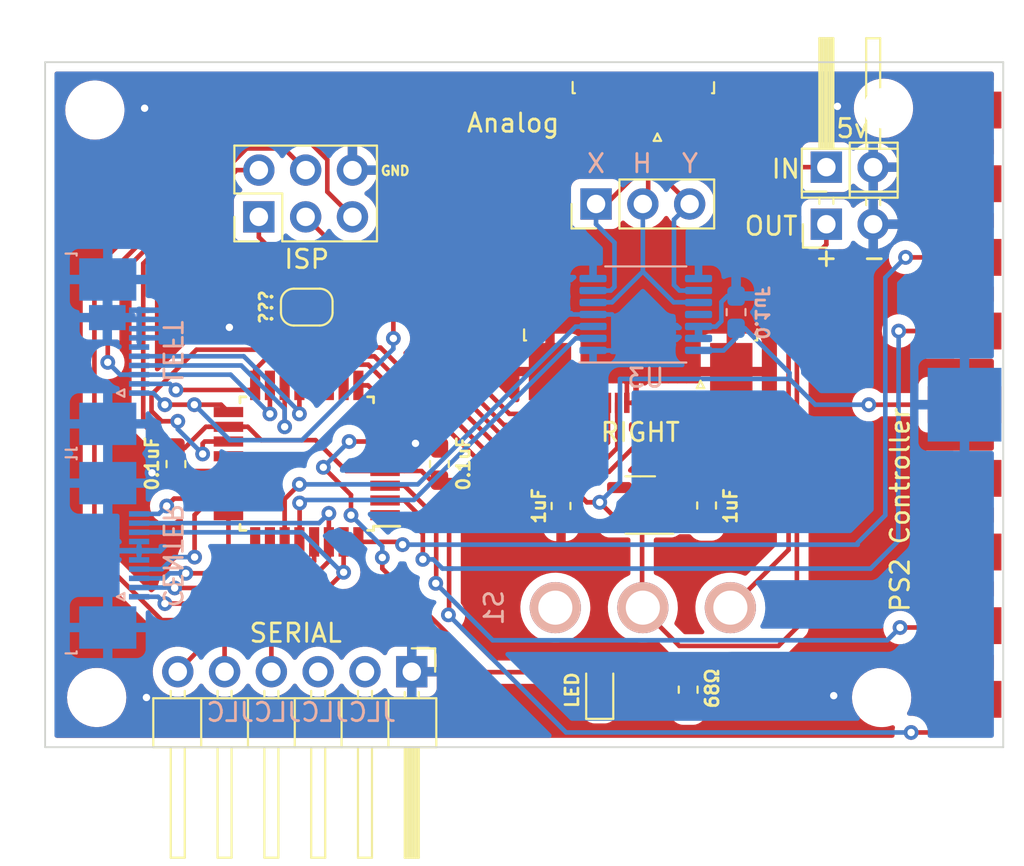
<source format=kicad_pcb>
(kicad_pcb (version 20211014) (generator pcbnew)
  (layers (0 "F.Cu" signal) (31 "B.Cu" signal) (34 "B.Paste" user) (35 "F.Paste" user) (36 "B.SilkS" user "B.Silkscreen") (37 "F.SilkS" user "F.Silkscreen") (38 "B.Mask" user) (39 "F.Mask" user) (44 "Edge.Cuts" user))
  (net 0 "")
  (net 1 "GND")
  (net 2 "Net-(C1-Pad1)")
  (net 3 "VCC")
  (net 4 "Net-(D1-Pad1)")
  (net 5 "Net-(D1-Pad2)")
  (net 6 "Net-(J1-Pad5)")
  (net 7 "Net-(J1-Pad10)")
  (net 8 "Net-(J1-Pad11)")
  (net 9 "Net-(J1-Pad12)")
  (net 10 "Net-(J1-Pad13)")
  (net 11 "Net-(J1-Pad14)")
  (net 12 "Net-(J2-Pad1)")
  (net 13 "Net-(J3-Pad1)")
  (net 14 "Net-(J3-Pad2)")
  (net 15 "Net-(J3-Pad3)")
  (net 16 "Net-(J3-Pad4)")
  (net 17 "Net-(J3-Pad5)")
  (net 18 "Net-(J4-Pad5)")
  (net 21 "Net-(J6-Pad4)")
  (net 22 "Net-(J6-Pad3)")
  (net 26 "Net-(J6-Pad8)")
  (net 27 "Net-(J6-Pad9)")
  (net 28 "Net-(J7-Pad4)")
  (net 29 "Net-(J7-Pad3)")
  (net 30 "Net-(J7-Pad2)")
  (net 31 "Net-(J7-Pad1)")
  (net 32 "Net-(J8-Pad1)")
  (net 33 "Net-(J8-Pad2)")
  (net 34 "Net-(J8-Pad3)")
  (net 35 "Net-(JP2-Pad2)")
  (net 38 "Net-(U2-Pad27)")
  (net 39 "Net-(U2-Pad28)")
  (net 40 "Net-(J5-Pad4)")
  (net 41 "Net-(J5-Pad5)")
  (net 42 "Net-(J7-Pad10)")
  (footprint "Capacitor_SMD:C_0603_1608Metric_Pad1.05x0.95mm_HandSolder" (layer "F.Cu") (at 196.5 94.275 90)
    (fp_text reference "C1" hide)
    (fp_text value "1 uF")
  )
  (footprint "LED_SMD:LED_0603_1608Metric_Pad1.05x0.95mm_HandSolder" (layer "F.Cu") (at 190.7 104.2 90)
    (fp_text reference "D1" hide)
    (fp_text value "LED")
  )
  (footprint "MountingHole:MountingHole_2.2mm_M2" (layer "F.Cu") (at 163.3 72.8)
    (fp_text reference "H1" hide)
    (fp_text value "MountingHole")
  )
  (footprint "MountingHole:MountingHole_2.2mm_M2" (layer "F.Cu") (at 163.4 104.7)
    (fp_text reference "H3" hide)
    (fp_text value "MountingHole")
  )
  (footprint "MountingHole:MountingHole_2.2mm_M2" (layer "F.Cu") (at 206 104.7)
    (fp_text reference "H4" hide)
    (fp_text value "MountingHole")
  )
  (footprint "Connector_FFC-FPC:TE_1-1734839-4_1x14-1MP_P0.5mm_Horizontal" (layer "F.Cu") (at 192.92 87.35 180)
    (fp_text reference "J1" hide)
    (fp_text value "right ribbon")
  )
  (footprint "Connector_PinHeader_2.54mm:PinHeader_1x02_P2.54mm_Vertical" (layer "F.Cu") (at 203 75.9 90)
    (fp_text reference "J2" hide)
    (fp_text value "Power IN")
  )
  (footprint "Connector_PinHeader_2.54mm:PinHeader_2x03_P2.54mm_Vertical" (layer "F.Cu") (at 172.2 78.6 90)
    (fp_text reference "J4" hide)
    (fp_text value "AVR-ISP-6")
  )
  (footprint "Connector_PinHeader_2.54mm:PinHeader_1x06_P2.54mm_Horizontal" (layer "F.Cu") (at 180.5 103.3 -90)
    (fp_text reference "J5" hide)
    (fp_text value "Conn_01x06")
  )
  (footprint "Connector:ps2_connector" (layer "F.Cu") (at 213.5 88.8 -90)
    (fp_text reference "J6" hide)
    (fp_text value "PS2 Controller")
  )
  (footprint "Connector_PinHeader_2.54mm:PinHeader_1x03_P2.54mm_Vertical" (layer "F.Cu") (at 190.5 77.9 90)
    (fp_text reference "J8" hide)
    (fp_text value "Analog")
  )
  (footprint "Resistor_SMD:R_0603_1608Metric_Pad1.05x0.95mm_HandSolder" (layer "F.Cu") (at 195.5 104.275 -90)
    (fp_text reference "R1" hide)
    (fp_text value "68")
  )
  (footprint "MountingHole:MountingHole_2.2mm_M2" (layer "F.Cu") (at 206.1 72.7)
    (fp_text reference "H2" hide)
    (fp_text value "MountingHole")
  )
  (footprint "Connector_PinHeader_2.54mm:PinHeader_1x02_P2.54mm_Horizontal" (layer "F.Cu") (at 203 79 90)
    (fp_text reference "J9" hide)
    (fp_text value "Power OUT (to PSP)")
  )
  (footprint "Package_TO_SOT_SMD:SOT-23-5" (layer "F.Cu") (at 192.9 94.25 180)
    (fp_text reference "U1" hide)
    (fp_text value "MIC5504-3.3YM5")
  )
  (footprint "Capacitor_SMD:C_0603_1608Metric_Pad1.05x0.95mm_HandSolder" (layer "F.Cu") (at 188.6 94.3 -90)
    (fp_text reference "C2" hide)
    (fp_text value "1 uF")
  )
  (footprint "Jumper:SolderJumper-2_P1.3mm_Open_RoundedPad1.0x1.5mm" (layer "F.Cu") (at 174.8 83.5)
    (fp_text reference "JP2" hide)
    (fp_text value "SolderJumper_2_Open")
  )
  (footprint "Capacitor_SMD:C_0603_1608Metric_Pad1.05x0.95mm_HandSolder" (layer "F.Cu") (at 167.7 92.025 90)
    (fp_text reference "C3" hide)
    (fp_text value "0.1 uF")
  )
  (footprint "Package_QFP:TQFP-32_7x7mm_P0.8mm" (layer "F.Cu") (at 174.8 92 180)
    (fp_text reference "U2" hide)
    (fp_text value "ATmega328PB-AU")
  )
  (footprint "Capacitor_SMD:C_0603_1608Metric_Pad1.05x0.95mm_HandSolder" (layer "F.Cu") (at 182 92.025 90)
    (fp_text reference "C5" hide)
    (fp_text value "0.1 uF")
  )
  (footprint "PSP_Consolizer:TE_0-1734839-45_1x04-1MP_P0.5mm_Horizontal" (layer "F.Cu") (at 192.83 73.925 180)
    (fp_text reference "J10" hide)
    (fp_text value "Conn_01x04")
  )
  (footprint "Capacitor_SMD:C_0603_1608Metric_Pad1.05x0.95mm_HandSolder" (layer "B.Cu") (at 198.1 83.775 -90)
    (fp_text reference "C4" hide)
    (fp_text value "0.1 uF")
  )
  (footprint "PSP_Consolizer:Left_Ribbon" (layer "B.Cu") (at 164.35 85.92 90)
    (fp_text reference "J3" hide)
    (fp_text value "left ribbon")
  )
  (footprint "Connector_FFC-FPC:TE_1-1734839-0_1x10-1MP_P0.5mm_Horizontal" (layer "B.Cu") (at 164.35 96.98 90)
    (fp_text reference "J7" hide)
    (fp_text value "center ribbon")
  )
  (footprint "PSP_Consolizer:L102021ML04Q" (layer "B.Cu") (at 193.04 99.822 -90)
    (fp_text reference "S1")
    (fp_text value "L102021ML04Q")
  )
  (footprint "Package_SO:TSSOP-14_4.4x5mm_P0.65mm" (layer "B.Cu") (at 193.2 83.9)
    (fp_text reference "U3")
    (fp_text value "MCP4651-103E_ST")
  )
  (gr_line (start 160.6 70.2) (end 212.6 70.2) (layer "Edge.Cuts") (width 0.1))
  (gr_line (start 212.6 70.2) (end 212.6 107.4) (layer "Edge.Cuts") (width 0.1))
  (gr_line (start 212.6 107.4) (end 160.6 107.4) (layer "Edge.Cuts") (width 0.1))
  (gr_line (start 160.6 107.4) (end 160.6 70.2) (layer "Edge.Cuts") (width 0.1))
  (gr_text "Y" (at 195.6 75.7) (layer "B.SilkS") (effects (font (size 1 1)) (justify mirror)))
  (gr_text "X" (at 190.5 75.7) (layer "B.SilkS") (effects (font (size 1 1)) (justify mirror)))
  (gr_text "H" (at 193 75.7) (layer "B.SilkS") (effects (font (size 1 1)) (justify mirror)))
  (gr_text "LEFT" (at 167.5 85.9 270) (layer "B.SilkS") (effects (font (size 1 1)) (justify mirror)))
  (gr_text "0.1uF" (at 199.5 83.8 270) (layer "B.SilkS") (effects (font (size 0.7 0.7)) (justify mirror)))
  (gr_text "JLCJLCJLCJLC" (at 174.5 105.5) (layer "B.SilkS") (effects (font (size 1 1)) (justify mirror)))
  (gr_text "CENTER" (at 167.5 97 270) (layer "B.SilkS") (effects (font (size 1 1)) (justify mirror)))
  (gr_text "OUT" (at 200 79.1) (layer "F.SilkS") (effects (font (size 1 1))))
  (gr_text "0.1uF" (at 166.4 92 90) (layer "F.SilkS") (effects (font (size 0.7 0.7))))
  (gr_text "1uF" (at 187.4 94.3 90) (layer "F.SilkS") (effects (font (size 0.7 0.7))))
  (gr_text "1uF" (at 197.8 94.3 90) (layer "F.SilkS") (effects (font (size 0.7 0.7))))
  (gr_text "???" (at 172.6 83.5 90) (layer "F.SilkS") (effects (font (size 0.7 0.7))))
  (gr_text "GND" (at 179.6 76.1) (layer "F.SilkS") (effects (font (size 0.5 0.5) (thickness 0.125))))
  (gr_text "Analog" (at 186 73.5) (layer "F.SilkS") (effects (font (size 1 1))))
  (gr_text "68Ω" (at 196.8 104.2 90) (layer "F.SilkS") (effects (font (size 0.7 0.7))))
  (gr_text "RIGHT" (at 192.9 90.3) (layer "F.SilkS") (effects (font (size 1 1))))
  (gr_text "+" (at 203 80.8) (layer "F.SilkS") (effects (font (size 1 1))))
  (gr_text "IN" (at 200.8 76) (layer "F.SilkS") (effects (font (size 1 1))))
  (gr_text "0.1uF" (at 183.3 92 90) (layer "F.SilkS") (effects (font (size 0.7 0.7))))
  (gr_text "LED" (at 189.2 104.3 90) (layer "F.SilkS") (effects (font (size 0.7 0.7))))
  (gr_text "-" (at 205.6 80.8) (layer "F.SilkS") (effects (font (size 1 1))))
  (gr_text "5v" (at 204.4 73.8) (layer "F.SilkS") (effects (font (size 1 1))))
  (gr_text "SERIAL" (at 174.2 101.2) (layer "F.SilkS") (effects (font (size 1 1))))
  (gr_text "ISP" (at 174.8 80.9) (layer "F.SilkS") (effects (font (size 1 1))))
  (segment (start 194.78 94.25) (end 194.83 94.2) (width 0.25) (layer "F.Cu") (net 1))
  (segment (start 192.225 75.275) (end 191.5 76) (width 0.25) (layer "F.Cu") (net 1))
  (segment (start 192.15 88.65) (end 192.174999 88.625001) (width 0.25) (layer "F.Cu") (net 1))
  (segment (start 192.33 75.275) (end 192.225 75.275) (width 0.25) (layer "F.Cu") (net 1))
  (segment (start 179.05 91.6) (end 180.1 91.6) (width 0.25) (layer "F.Cu") (net 1))
  (segment (start 194.83 94.2) (end 195.2 94.2) (width 0.25) (layer "F.Cu") (net 1))
  (segment (start 170.55 92.4) (end 168.2 92.4) (width 0.25) (layer "F.Cu") (net 1))
  (segment (start 192.33 75.275) (end 192.33 75.67) (width 0.25) (layer "F.Cu") (net 1))
  (segment (start 192.17 88.7) (end 193.17 88.7) (width 0.25) (layer "F.Cu") (net 1))
  (segment (start 192.174999 88.625001) (end 192.174999 87.425001) (width 0.25) (layer "F.Cu") (net 1))
  (segment (start 194 94.25) (end 194.78 94.25) (width 0.25) (layer "F.Cu") (net 1))
  (segment (start 168.2 92.4) (end 167.7 92.9) (width 0.25) (layer "F.Cu") (net 1))
  (segment (start 180.1 91.6) (end 180.6 91.6) (width 0.25) (layer "F.Cu") (net 1))
  (segment (start 192.15 88.7) (end 192.15 88.65) (width 0.25) (layer "F.Cu") (net 1))
  (via (at 203.4 104.6) (size 0.8) (drill 0.4) (layers "F.Cu" "B.Cu") (net 1))
  (via (at 166.4 92.5) (size 0.8) (drill 0.4) (layers "F.Cu" "B.Cu") (net 1))
  (via (at 203.6 72.6) (size 0.8) (drill 0.4) (layers "F.Cu" "B.Cu") (net 1))
  (via (at 166.1 104.7) (size 0.8) (drill 0.4) (layers "F.Cu" "B.Cu") (net 1))
  (via (at 170.6 84.6) (size 0.8) (drill 0.4) (layers "F.Cu" "B.Cu") (net 1))
  (via (at 180.7 90.9) (size 0.8) (drill 0.4) (layers "F.Cu" "B.Cu") (net 1))
  (via (at 166 72.7) (size 0.8) (drill 0.4) (layers "F.Cu" "B.Cu") (net 1))
  (segment (start 196.0194 84.5604) (end 197.006 84.5604) (width 0.25) (layer "B.Cu") (net 1))
  (segment (start 191.3672 85.8558) (end 191.442201 85.780799) (width 0.25) (layer "B.Cu") (net 1))
  (segment (start 197.29999 84.26641) (end 197.29999 83.22501) (width 0.25) (layer "B.Cu") (net 1))
  (segment (start 191.442201 85.780799) (end 191.442201 83.975001) (width 0.25) (layer "B.Cu") (net 1))
  (segment (start 196 81.497) (end 196 81.1) (width 0.25) (layer "B.Cu") (net 1))
  (segment (start 196.0194 81.9442) (end 196.0194 81.5164) (width 0.25) (layer "B.Cu") (net 1))
  (segment (start 191.442201 85.442201) (end 191.6 85.6) (width 0.25) (layer "B.Cu") (net 1))
  (segment (start 196.0194 85.1954) (end 196.0194 84.5604) (width 0.25) (layer "B.Cu") (net 1))
  (segment (start 190.4 81.497) (end 190.4 81.1) (width 0.25) (layer "B.Cu") (net 1))
  (segment (start 190.3806 83.9) (end 189.394 83.9) (width 0.25) (layer "B.Cu") (net 1))
  (segment (start 191.6 85.6) (end 191.6 84.1) (width 0.25) (layer "B.Cu") (net 1))
  (segment (start 196.0194 81.5164) (end 196 81.497) (width 0.25) (layer "B.Cu") (net 1))
  (segment (start 165.7 83.67) (end 165.7 85.67) (width 0.25) (layer "B.Cu") (net 1))
  (segment (start 190.3806 81.5164) (end 190.4 81.497) (width 0.25) (layer "B.Cu") (net 1))
  (segment (start 190.3806 85.8558) (end 191.3672 85.8558) (width 0.25) (layer "B.Cu") (net 1))
  (segment (start 191.3672 83.9) (end 190.3806 83.9) (width 0.25) (layer "B.Cu") (net 1))
  (segment (start 197.29999 83.22501) (end 197.625 82.9) (width 0.25) (layer "B.Cu") (net 1))
  (segment (start 165.7 97.23) (end 165.7 96.23) (width 0.25) (layer "B.Cu") (net 1))
  (segment (start 190.3806 81.9442) (end 190.3806 81.5164) (width 0.25) (layer "B.Cu") (net 1))
  (segment (start 191.442201 83.975001) (end 191.442201 85.442201) (width 0.25) (layer "B.Cu") (net 1))
  (segment (start 191.442201 83.975001) (end 191.3672 83.9) (width 0.25) (layer "B.Cu") (net 1))
  (segment (start 197.625 82.9) (end 198.1 82.9) (width 0.25) (layer "B.Cu") (net 1))
  (segment (start 189.394 83.9) (end 188.4 83.9) (width 0.25) (layer "B.Cu") (net 1))
  (segment (start 197.006 84.5604) (end 197.29999 84.26641) (width 0.25) (layer "B.Cu") (net 1))
  (segment (start 196.45 95.2) (end 196.5 95.15) (width 0.25) (layer "F.Cu") (net 2))
  (segment (start 193 95.42) (end 193.22 95.2) (width 0.25) (layer "F.Cu") (net 2))
  (segment (start 203 79) (end 203 80.1) (width 0.25) (layer "F.Cu") (net 2))
  (segment (start 193.22 95.2) (end 194 95.2) (width 0.25) (layer "F.Cu") (net 2))
  (segment (start 193.509998 95.2) (end 193 94.690002) (width 0.25) (layer "F.Cu") (net 2))
  (segment (start 201.4 81.7) (end 201.4 100.9) (width 0.25) (layer "F.Cu") (net 2))
  (segment (start 201.4 100.9) (end 200.4 101.9) (width 0.25) (layer "F.Cu") (net 2))
  (segment (start 200.4 101.9) (end 195.02 101.9) (width 0.25) (layer "F.Cu") (net 2))
  (segment (start 193.653928 93.3) (end 194 93.3) (width 0.25) (layer "F.Cu") (net 2))
  (segment (start 193 94.690002) (end 193 93.953928) (width 0.25) (layer "F.Cu") (net 2))
  (segment (start 194 95.2) (end 193.509998 95.2) (width 0.25) (layer "F.Cu") (net 2))
  (segment (start 193 93.826964) (end 193.653928 93.173036) (width 0.25) (layer "F.Cu") (net 2))
  (segment (start 195.02 101.9) (end 193 99.88) (width 0.25) (layer "F.Cu") (net 2))
  (segment (start 203 80.1) (end 201.4 81.7) (width 0.25) (layer "F.Cu") (net 2))
  (segment (start 193 99.88) (end 193 95.42) (width 0.25) (layer "F.Cu") (net 2))
  (segment (start 194 95.2) (end 196.45 95.2) (width 0.25) (layer "F.Cu") (net 2))
  (segment (start 176.949998 92.4) (end 175.274999 90.725001) (width 0.25) (layer "F.Cu") (net 3))
  (segment (start 171.6 90) (end 170.55 90) (width 0.25) (layer "F.Cu") (net 3))
  (segment (start 172.325001 90.725001) (end 171.6 90) (width 0.25) (layer "F.Cu") (net 3))
  (segment (start 170.997919 76.06) (end 165.924989 81.13293) (width 0.25) (layer "F.Cu") (net 3))
  (segment (start 172.2 76.06) (end 170.997919 76.06) (width 0.25) (layer "F.Cu") (net 3))
  (segment (start 189.325 93.425) (end 188.6 93.425) (width 0.25) (layer "F.Cu") (net 3))
  (segment (start 191.7 95.1) (end 191.8 95.2) (width 0.25) (layer "F.Cu") (net 3))
  (segment (start 191.8 95.2) (end 190.7 94.1) (width 0.25) (layer "F.Cu") (net 3))
  (segment (start 188.6 93.425) (end 187.725 93.425) (width 0.25) (layer "F.Cu") (net 3))
  (segment (start 175.274999 90.725001) (end 172.325001 90.725001) (width 0.25) (layer "F.Cu") (net 3))
  (segment (start 182 92.9) (end 181.525 92.9) (width 0.25) (layer "F.Cu") (net 3))
  (segment (start 210.4 88.9) (end 210.5 88.8) (width 0.25) (layer "F.Cu") (net 3))
  (segment (start 187.2 92.9) (end 182 92.9) (width 0.25) (layer "F.Cu") (net 3))
  (segment (start 205.3 88.8) (end 210.5 88.8) (width 0.25) (layer "F.Cu") (net 3))
  (segment (start 169.5 90) (end 170.55 90) (width 0.25) (layer "F.Cu") (net 3))
  (segment (start 167.225 91.15) (end 167.7 91.15) (width 0.25) (layer "F.Cu") (net 3))
  (segment (start 171.410002 90) (end 170.55 90) (width 0.25) (layer "F.Cu") (net 3))
  (segment (start 169.325 90) (end 169.5 90) (width 0.25) (layer "F.Cu") (net 3))
  (segment (start 181.525 92.9) (end 181.025 92.4) (width 0.25) (layer "F.Cu") (net 3))
  (segment (start 190.7 94.1) (end 190 94.1) (width 0.25) (layer "F.Cu") (net 3))
  (segment (start 167.7 91.15) (end 168.175 91.15) (width 0.25) (layer "F.Cu") (net 3))
  (segment (start 179.05 92.4) (end 176.949998 92.4) (width 0.25) (layer "F.Cu") (net 3))
  (segment (start 168.175 91.15) (end 169.325 90) (width 0.25) (layer "F.Cu") (net 3))
  (segment (start 181.025 92.4) (end 180.1 92.4) (width 0.25) (layer "F.Cu") (net 3))
  (segment (start 187.725 93.425) (end 187.2 92.9) (width 0.25) (layer "F.Cu") (net 3))
  (segment (start 165.924989 81.13293) (end 165.924989 89.849989) (width 0.25) (layer "F.Cu") (net 3))
  (segment (start 165.924989 89.849989) (end 167.225 91.15) (width 0.25) (layer "F.Cu") (net 3))
  (segment (start 190 94.1) (end 189.325 93.425) (width 0.25) (layer "F.Cu") (net 3))
  (segment (start 180.1 92.4) (end 179.05 92.4) (width 0.25) (layer "F.Cu") (net 3))
  (via (at 205.3 88.8) (size 0.8) (drill 0.4) (layers "F.Cu" "B.Cu") (net 3))
  (via (at 190.7 94.1) (size 0.8) (drill 0.4) (layers "F.Cu" "B.Cu") (net 3))
  (segment (start 191.8 93) (end 191.8 87.4) (width 0.25) (layer "B.Cu") (net 3))
  (segment (start 198.1 84.65) (end 198.1 85.175) (width 0.25) (layer "B.Cu") (net 3))
  (segment (start 198.1 85.175) (end 197.4192 85.8558) (width 0.25) (layer "B.Cu") (net 3))
  (segment (start 198.1 84.65) (end 198.575 84.65) (width 0.25) (layer "B.Cu") (net 3))
  (segment (start 197.006 85.8558) (end 196.0194 85.8558) (width 0.25) (layer "B.Cu") (net 3))
  (segment (start 201 87.075) (end 201 87.4) (width 0.25) (layer "B.Cu") (net 3))
  (segment (start 197.4192 85.8558) (end 197.006 85.8558) (width 0.25) (layer "B.Cu") (net 3))
  (segment (start 191.8 87.4) (end 201 87.4) (width 0.25) (layer "B.Cu") (net 3))
  (segment (start 201 87.4) (end 202.4 88.8) (width 0.25) (layer "B.Cu") (net 3))
  (segment (start 198.575 84.65) (end 201 87.075) (width 0.25) (layer "B.Cu") (net 3))
  (segment (start 190.7 94.1) (end 191.8 93) (width 0.25) (layer "B.Cu") (net 3))
  (segment (start 202.4 88.8) (end 205.3 88.8) (width 0.25) (layer "B.Cu") (net 3))
  (segment (start 195.5 105.15) (end 190.775 105.15) (width 0.25) (layer "F.Cu") (net 4))
  (segment (start 190.775 105.15) (end 190.7 105.075) (width 0.25) (layer "F.Cu") (net 4))
  (segment (start 184.526692 103.325) (end 178.9 97.698308) (width 0.25) (layer "F.Cu") (net 5))
  (segment (start 190.7 103.325) (end 184.526692 103.325) (width 0.25) (layer "F.Cu") (net 5))
  (segment (start 177.2 94.8) (end 177.2 93.7) (width 0.25) (layer "F.Cu") (net 5))
  (segment (start 178.9 97.698308) (end 178.9 97.1) (width 0.25) (layer "F.Cu") (net 5))
  (segment (start 177.1 90.8) (end 179.05 90.8) (width 0.25) (layer "F.Cu") (net 5))
  (segment (start 177.2 93.7) (end 175.7 92.2) (width 0.25) (layer "F.Cu") (net 5))
  (via (at 175.7 92.2) (size 0.8) (drill 0.4) (layers "F.Cu" "B.Cu") (net 5))
  (via (at 177.2 94.8) (size 0.8) (drill 0.4) (layers "F.Cu" "B.Cu") (net 5))
  (via (at 177.1 90.8) (size 0.8) (drill 0.4) (layers "F.Cu" "B.Cu") (net 5))
  (via (at 178.9 97.1) (size 0.8) (drill 0.4) (layers "F.Cu" "B.Cu") (net 5))
  (segment (start 178.9 96.5) (end 177.2 94.8) (width 0.25) (layer "B.Cu") (net 5))
  (segment (start 178.9 97.1) (end 178.9 96.5) (width 0.25) (layer "B.Cu") (net 5))
  (segment (start 175.7 92.2) (end 177.1 90.8) (width 0.25) (layer "B.Cu") (net 5))
  (segment (start 194.15 88.7) (end 194.15 89.485002) (width 0.25) (layer "F.Cu") (net 6))
  (segment (start 182.3 90) (end 184.74999 92.44999) (width 0.25) (layer "F.Cu") (net 6))
  (segment (start 179.05 90) (end 182.3 90) (width 0.25) (layer "F.Cu") (net 6))
  (segment (start 184.74999 92.44999) (end 191.20001 92.44999) (width 0.25) (layer "F.Cu") (net 6))
  (segment (start 194.15 88.7) (end 194.15 89.5) (width 0.25) (layer "F.Cu") (net 6))
  (segment (start 179.15 90.1) (end 179.05 90) (width 0.25) (layer "F.Cu") (net 6))
  (segment (start 191.20001 92.44999) (end 194.15 89.5) (width 0.25) (layer "F.Cu") (net 6))
  (segment (start 182.4 89.2) (end 184.9 91.7) (width 0.25) (layer "F.Cu") (net 7))
  (segment (start 184.9 91.7) (end 191.1 91.7) (width 0.25) (layer "F.Cu") (net 7))
  (segment (start 191.65 89.5) (end 191.65 88.7) (width 0.25) (layer "F.Cu") (net 7))
  (segment (start 191.1 91.7) (end 191.65 91.15) (width 0.25) (layer "F.Cu") (net 7))
  (segment (start 179.05 89.2) (end 182.4 89.2) (width 0.25) (layer "F.Cu") (net 7))
  (segment (start 191.65 91.15) (end 191.65 88.7) (width 0.25) (layer "F.Cu") (net 7))
  (segment (start 190.9 91.1) (end 191.15 90.85) (width 0.25) (layer "F.Cu") (net 8))
  (segment (start 185.2 91.1) (end 190.9 91.1) (width 0.25) (layer "F.Cu") (net 8))
  (segment (start 177.6 87.75) (end 178.125 87.75) (width 0.25) (layer "F.Cu") (net 8))
  (segment (start 178.8 88.425) (end 182.525 88.425) (width 0.25) (layer "F.Cu") (net 8))
  (segment (start 178.125 87.75) (end 178.8 88.425) (width 0.25) (layer "F.Cu") (net 8))
  (segment (start 182.525 88.425) (end 185.2 91.1) (width 0.25) (layer "F.Cu") (net 8))
  (segment (start 191.15 90.85) (end 191.15 88.7) (width 0.25) (layer "F.Cu") (net 8))
  (segment (start 190.65 88.7) (end 190.65 90.35) (width 0.25) (layer "F.Cu") (net 9))
  (segment (start 176.875001 86.624999) (end 176.8 86.7) (width 0.25) (layer "F.Cu") (net 9))
  (segment (start 179.410002 87.9) (end 178.135001 86.624999) (width 0.25) (layer "F.Cu") (net 9))
  (segment (start 190.5 90.5) (end 185.4 90.5) (width 0.25) (layer "F.Cu") (net 9))
  (segment (start 190.65 90.35) (end 190.5 90.5) (width 0.25) (layer "F.Cu") (net 9))
  (segment (start 178.135001 86.624999) (end 176.875001 86.624999) (width 0.25) (layer "F.Cu") (net 9))
  (segment (start 182.8 87.9) (end 179.410002 87.9) (width 0.25) (layer "F.Cu") (net 9))
  (segment (start 176.8 86.7) (end 176.8 87.75) (width 0.25) (layer "F.Cu") (net 9))
  (segment (start 185.4 90.5) (end 182.8 87.9) (width 0.25) (layer "F.Cu") (net 9))
  (segment (start 179.74999 87.44999) (end 183.04999 87.44999) (width 0.25) (layer "F.Cu") (net 10))
  (segment (start 185.5 89.9) (end 189.785 89.9) (width 0.25) (layer "F.Cu") (net 10))
  (segment (start 190.15 89.5) (end 190.15 88.7) (width 0.25) (layer "F.Cu") (net 10))
  (segment (start 176 86.7) (end 176.525011 86.174989) (width 0.25) (layer "F.Cu") (net 10))
  (segment (start 190.15 89.535) (end 190.15 89.5) (width 0.25) (layer "F.Cu") (net 10))
  (segment (start 178.474989 86.174989) (end 179.74999 87.44999) (width 0.25) (layer "F.Cu") (net 10))
  (segment (start 176 87.75) (end 176 86.7) (width 0.25) (layer "F.Cu") (net 10))
  (segment (start 189.785 89.9) (end 190.15 89.535) (width 0.25) (layer "F.Cu") (net 10))
  (segment (start 183.04999 87.44999) (end 185.5 89.9) (width 0.25) (layer "F.Cu") (net 10))
  (segment (start 176.525011 86.174989) (end 178.474989 86.174989) (width 0.25) (layer "F.Cu") (net 10))
  (segment (start 180.09998 86.99998) (end 183.49998 86.99998) (width 0.25) (layer "F.Cu") (net 11))
  (segment (start 183.49998 86.99998) (end 185.8 89.3) (width 0.25) (layer "F.Cu") (net 11))
  (segment (start 175.2 86.7) (end 176.2 85.7) (width 0.25) (layer "F.Cu") (net 11))
  (segment (start 175.2 87.75) (end 175.2 86.7) (width 0.25) (layer "F.Cu") (net 11))
  (segment (start 176.2 85.7) (end 178.8 85.7) (width 0.25) (layer "F.Cu") (net 11))
  (segment (start 185.8 89.3) (end 189.05 89.3) (width 0.25) (layer "F.Cu") (net 11))
  (segment (start 178.8 85.7) (end 180.09998 86.99998) (width 0.25) (layer "F.Cu") (net 11))
  (segment (start 189.05 89.3) (end 189.65 88.7) (width 0.25) (layer "F.Cu") (net 11))
  (segment (start 199.137499 98.492501) (end 197.75 99.88) (width 0.25) (layer "F.Cu") (net 12))
  (segment (start 200.94999 96.68001) (end 199.137499 98.492501) (width 0.25) (layer "F.Cu") (net 12))
  (segment (start 203 75.9) (end 201.5 75.9) (width 0.25) (layer "F.Cu") (net 12))
  (segment (start 201.5 75.9) (end 200.94999 76.45001) (width 0.25) (layer "F.Cu") (net 12))
  (segment (start 200.94999 76.45001) (end 200.94999 96.68001) (width 0.25) (layer "F.Cu") (net 12))
  (segment (start 170.15 88.8) (end 170.55 89.2) (width 0.25) (layer "F.Cu") (net 13))
  (segment (start 174.74 78.6) (end 179.5 83.36) (width 0.25) (layer "F.Cu") (net 13))
  (segment (start 179.5 83.36) (end 179.5 85.2) (width 0.25) (layer "F.Cu") (net 13))
  (segment (start 168.7 88.8) (end 170.15 88.8) (width 0.25) (layer "F.Cu") (net 13))
  (segment (start 167.1 88.8) (end 168.7 88.8) (width 0.25) (layer "F.Cu") (net 13))
  (via (at 167.1 88.8) (size 0.8) (drill 0.4) (layers "F.Cu" "B.Cu") (net 13))
  (via (at 179.5 85.2) (size 0.8) (drill 0.4) (layers "F.Cu" "B.Cu") (net 13))
  (via (at 168.7 88.8) (size 0.8) (drill 0.4) (layers "F.Cu" "B.Cu") (net 13))
  (segment (start 174.540684 90.725001) (end 170.625001 90.725001) (width 0.25) (layer "B.Cu") (net 13))
  (segment (start 179.5 85.765685) (end 174.540684 90.725001) (width 0.25) (layer "B.Cu") (net 13))
  (segment (start 170.625001 90.725001) (end 168.7 88.8) (width 0.25) (layer "B.Cu") (net 13))
  (segment (start 166.47 88.17) (end 167.1 88.8) (width 0.25) (layer "B.Cu") (net 13))
  (segment (start 165.7 88.17) (end 166.47 88.17) (width 0.25) (layer "B.Cu") (net 13))
  (segment (start 179.5 85.2) (end 179.5 85.765685) (width 0.25) (layer "B.Cu") (net 13))
  (segment (start 174.7364 86.2636) (end 176.6 84.4) (width 0.25) (layer "F.Cu") (net 14))
  (segment (start 171.75 88) (end 172 87.75) (width 0.25) (layer "F.Cu") (net 14))
  (segment (start 172.626398 86.2636) (end 174.7364 86.2636) (width 0.25) (layer "F.Cu") (net 14))
  (segment (start 172 87.75) (end 172 86.889998) (width 0.25) (layer "F.Cu") (net 14))
  (segment (start 175.7 81.1) (end 173.6 81.1) (width 0.25) (layer "F.Cu") (net 14))
  (segment (start 167.7 88) (end 171.75 88) (width 0.25) (layer "F.Cu") (net 14))
  (segment (start 172.2 79.7) (end 172.2 78.6) (width 0.25) (layer "F.Cu") (net 14))
  (segment (start 173.6 81.1) (end 172.2 79.7) (width 0.25) (layer "F.Cu") (net 14))
  (segment (start 176.6 84.4) (end 176.6 82) (width 0.25) (layer "F.Cu") (net 14))
  (segment (start 172 86.889998) (end 172.626398 86.2636) (width 0.25) (layer "F.Cu") (net 14))
  (segment (start 176.6 82) (end 175.7 81.1) (width 0.25) (layer "F.Cu") (net 14))
  (via (at 167.7 88) (size 0.8) (drill 0.4) (layers "F.Cu" "B.Cu") (net 14))
  (segment (start 167.37 87.67) (end 167.7 88) (width 0.25) (layer "B.Cu") (net 14))
  (segment (start 165.7 87.67) (end 167.37 87.67) (width 0.25) (layer "B.Cu") (net 14))
  (segment (start 171.53651 74.884999) (end 164 82.421509) (width 0.25) (layer "F.Cu") (net 15))
  (segment (start 172.8 89.3) (end 172.8 87.75) (width 0.25) (layer "F.Cu") (net 15))
  (segment (start 164 82.421509) (end 164 86.5) (width 0.25) (layer "F.Cu") (net 15))
  (segment (start 174.74 76.06) (end 173.564999 74.884999) (width 0.25) (layer "F.Cu") (net 15))
  (segment (start 173.564999 74.884999) (end 171.53651 74.884999) (width 0.25) (layer "F.Cu") (net 15))
  (via (at 164 86.5) (size 0.8) (drill 0.4) (layers "F.Cu" "B.Cu") (net 15))
  (via (at 172.8 89.3) (size 0.8) (drill 0.4) (layers "F.Cu" "B.Cu") (net 15))
  (segment (start 164.67 87.17) (end 165.7 87.17) (width 0.25) (layer "B.Cu") (net 15))
  (segment (start 165.7 87.17) (end 170.67 87.17) (width 0.25) (layer "B.Cu") (net 15))
  (segment (start 164 86.5) (end 164.67 87.17) (width 0.25) (layer "B.Cu") (net 15))
  (segment (start 170.67 87.17) (end 172.8 89.3) (width 0.25) (layer "B.Cu") (net 15))
  (segment (start 173.6 90) (end 173.6 87.75) (width 0.25) (layer "F.Cu") (net 16))
  (via (at 173.6 90) (size 0.8) (drill 0.4) (layers "F.Cu" "B.Cu") (net 16))
  (segment (start 171.243002 86.67) (end 173.6 89.026998) (width 0.25) (layer "B.Cu") (net 16))
  (segment (start 173.6 89.026998) (end 173.6 90) (width 0.25) (layer "B.Cu") (net 16))
  (segment (start 165.7 86.67) (end 171.243002 86.67) (width 0.25) (layer "B.Cu") (net 16))
  (segment (start 174.4 89.3) (end 174.4 87.75) (width 0.25) (layer "F.Cu") (net 17))
  (via (at 174.4 89.3) (size 0.8) (drill 0.4) (layers "F.Cu" "B.Cu") (net 17))
  (segment (start 171.379412 86.17) (end 174.4 89.190588) (width 0.25) (layer "B.Cu") (net 17))
  (segment (start 165.7 86.17) (end 171.379412 86.17) (width 0.25) (layer "B.Cu") (net 17))
  (segment (start 174.4 89.190588) (end 174.4 89.3) (width 0.25) (layer "B.Cu") (net 17))
  (segment (start 175.915001 75.495999) (end 174.853992 74.43499) (width 0.25) (layer "F.Cu") (net 18))
  (segment (start 171.350109 74.43499) (end 163.274999 82.5101) (width 0.25) (layer "F.Cu") (net 18))
  (segment (start 175.915001 77.235001) (end 175.915001 75.495999) (width 0.25) (layer "F.Cu") (net 18))
  (segment (start 167.8 103.3) (end 170.5 100.5) (width 0.25) (layer "F.Cu") (net 18))
  (segment (start 163.274999 82.5101) (end 163.274999 96.848001) (width 0.25) (layer "F.Cu") (net 18))
  (segment (start 177.28 78.6) (end 175.915001 77.235001) (width 0.25) (layer "F.Cu") (net 18))
  (segment (start 170.5 100.5) (end 173.4 97.7) (width 0.25) (layer "F.Cu") (net 18))
  (segment (start 174.8 97.7) (end 175.2 97.3) (width 0.25) (layer "F.Cu") (net 18))
  (segment (start 166.926998 100.5) (end 170.5 100.5) (width 0.25) (layer "F.Cu") (net 18))
  (segment (start 175.2 97.3) (end 175.2 96.25) (width 0.25) (layer "F.Cu") (net 18))
  (segment (start 173.4 97.7) (end 174.8 97.7) (width 0.25) (layer "F.Cu") (net 18))
  (segment (start 163.274999 96.848001) (end 166.926998 100.5) (width 0.25) (layer "F.Cu") (net 18))
  (segment (start 174.853992 74.43499) (end 171.350109 74.43499) (width 0.25) (layer "F.Cu") (net 18))
  (segment (start 208 84.8) (end 210.5 84.8) (width 0.25) (layer "F.Cu") (net 21))
  (segment (start 207.4 84.8) (end 208 84.8) (width 0.25) (layer "F.Cu") (net 21))
  (segment (start 179.05 94.8) (end 180.1 94.8) (width 0.25) (layer "F.Cu") (net 21))
  (segment (start 181.1 95.8) (end 181.1 97.2) (width 0.25) (layer "F.Cu") (net 21))
  (segment (start 180.1 94.8) (end 181.1 95.8) (width 0.25) (layer "F.Cu") (net 21))
  (segment (start 206.925 84.8) (end 208 84.8) (width 0.25) (layer "F.Cu") (net 21))
  (via (at 181.1 97.2) (size 0.8) (drill 0.4) (layers "F.Cu" "B.Cu") (net 21))
  (via (at 206.925 84.8) (size 0.8) (drill 0.4) (layers "F.Cu" "B.Cu") (net 21))
  (segment (start 182.7 97.7) (end 205.4 97.7) (width 0.25) (layer "B.Cu") (net 21))
  (segment (start 181.665685 97.2) (end 182.165685 97.7) (width 0.25) (layer "B.Cu") (net 21))
  (segment (start 182.165685 97.7) (end 182.7 97.7) (width 0.25) (layer "B.Cu") (net 21))
  (segment (start 181.1 97.2) (end 181.665685 97.2) (width 0.25) (layer "B.Cu") (net 21))
  (segment (start 182.4 97.7) (end 182.7 97.7) (width 0.25) (layer "B.Cu") (net 21))
  (segment (start 205.4 97.7) (end 206.9 96.2) (width 0.25) (layer "B.Cu") (net 21))
  (segment (start 206.9 96.2) (end 206.925 84.8) (width 0.25) (layer "B.Cu") (net 21))
  (segment (start 177.6 96.25) (end 179.85 96.25) (width 0.25) (layer "F.Cu") (net 22))
  (segment (start 179.85 96.25) (end 180 96.4) (width 0.25) (layer "F.Cu") (net 22))
  (segment (start 207.3 80.8) (end 210.5 80.8) (width 0.25) (layer "F.Cu") (net 22))
  (via (at 180 96.4) (size 0.8) (drill 0.4) (layers "F.Cu" "B.Cu") (net 22))
  (via (at 207.3 80.8) (size 0.8) (drill 0.4) (layers "F.Cu" "B.Cu") (net 22))
  (segment (start 204.7 96.4) (end 204.7 96.3) (width 0.25) (layer "B.Cu") (net 22))
  (segment (start 204.7 96.3) (end 206.2 94.8) (width 0.25) (layer "B.Cu") (net 22))
  (segment (start 206.2 94.8) (end 206.2 81.9) (width 0.25) (layer "B.Cu") (net 22))
  (segment (start 206.2 81.9) (end 207.3 80.8) (width 0.25) (layer "B.Cu") (net 22))
  (segment (start 180 96.4) (end 204.7 96.4) (width 0.25) (layer "B.Cu") (net 22))
  (segment (start 181.825001 98.474999) (end 181.8 98.5) (width 0.25) (layer "F.Cu") (net 26))
  (segment (start 180.1 94) (end 181.825001 95.725001) (width 0.25) (layer "F.Cu") (net 26))
  (segment (start 207 100.9) (end 210.4 100.9) (width 0.25) (layer "F.Cu") (net 26))
  (segment (start 181.825001 95.725001) (end 181.825001 98.474999) (width 0.25) (layer "F.Cu") (net 26))
  (segment (start 210.4 100.9) (end 210.5 100.8) (width 0.25) (layer "F.Cu") (net 26))
  (segment (start 179.05 94) (end 180.1 94) (width 0.25) (layer "F.Cu") (net 26))
  (via (at 181.8 98.5) (size 0.8) (drill 0.4) (layers "F.Cu" "B.Cu") (net 26))
  (via (at 207 100.9) (size 0.8) (drill 0.4) (layers "F.Cu" "B.Cu") (net 26))
  (segment (start 206.307499 101.592501) (end 207 100.9) (width 0.25) (layer "B.Cu") (net 26))
  (segment (start 184.892501 101.592501) (end 206.307499 101.592501) (width 0.25) (layer "B.Cu") (net 26))
  (segment (start 181.8 98.5) (end 184.892501 101.592501) (width 0.25) (layer "B.Cu") (net 26))
  (segment (start 207.6 106.6) (end 209.95 106.6) (width 0.25) (layer "F.Cu") (net 27))
  (segment (start 179.05 93.2) (end 180.1 93.2) (width 0.25) (layer "F.Cu") (net 27))
  (segment (start 180.1 93.2) (end 182.525001 95.625001) (width 0.25) (layer "F.Cu") (net 27))
  (segment (start 182.525001 95.625001) (end 182.525001 100.174999) (width 0.25) (layer "F.Cu") (net 27))
  (segment (start 210.5 106.05) (end 210.5 104.8) (width 0.25) (layer "F.Cu") (net 27))
  (segment (start 182.525001 100.174999) (end 182.487347 100.212653) (width 0.25) (layer "F.Cu") (net 27))
  (segment (start 209.95 106.6) (end 210.5 106.05) (width 0.25) (layer "F.Cu") (net 27))
  (via (at 182.487347 100.212653) (size 0.8) (drill 0.4) (layers "F.Cu" "B.Cu") (net 27))
  (via (at 207.6 106.6) (size 0.8) (drill 0.4) (layers "F.Cu" "B.Cu") (net 27))
  (segment (start 188.874694 106.6) (end 207.6 106.6) (width 0.25) (layer "B.Cu") (net 27))
  (segment (start 182.487347 100.212653) (end 188.874694 106.6) (width 0.25) (layer "B.Cu") (net 27))
  (segment (start 168.712552 94.787448) (end 169.5 94) (width 0.25) (layer "F.Cu") (net 28))
  (segment (start 169.5 94) (end 170.55 94) (width 0.25) (layer "F.Cu") (net 28))
  (segment (start 168.712552 97.076965) (end 168.712552 94.787448) (width 0.25) (layer "F.Cu") (net 28))
  (via (at 168.712552 97.076965) (size 0.8) (drill 0.4) (layers "F.Cu" "B.Cu") (net 28))
  (segment (start 166.942588 97.73) (end 167.595623 97.076965) (width 0.25) (layer "B.Cu") (net 28))
  (segment (start 165.7 97.73) (end 166.942588 97.73) (width 0.25) (layer "B.Cu") (net 28))
  (segment (start 167.595623 97.076965) (end 168.712552 97.076965) (width 0.25) (layer "B.Cu") (net 28))
  (segment (start 170.144939 97.955061) (end 170.55 97.55) (width 0.25) (layer "F.Cu") (net 29))
  (segment (start 168.234063 97.955061) (end 170.144939 97.955061) (width 0.25) (layer "F.Cu") (net 29))
  (segment (start 170.55 97.55) (end 170.55 94.8) (width 0.25) (layer "F.Cu") (net 29))
  (via (at 168.234063 97.955061) (size 0.8) (drill 0.4) (layers "F.Cu" "B.Cu") (net 29))
  (segment (start 167.353937 97.955061) (end 168.234063 97.955061) (width 0.25) (layer "B.Cu") (net 29))
  (segment (start 165.7 98.23) (end 167.078998 98.23) (width 0.25) (layer "B.Cu") (net 29))
  (segment (start 167.078998 98.23) (end 167.353937 97.955061) (width 0.25) (layer "B.Cu") (net 29))
  (segment (start 172 97.1) (end 172 96.25) (width 0.25) (layer "F.Cu") (net 30))
  (segment (start 170.348 98.752) (end 172 97.1) (width 0.25) (layer "F.Cu") (net 30))
  (segment (start 167.63 98.752) (end 170.348 98.752) (width 0.25) (layer "F.Cu") (net 30))
  (via (at 167.63 98.752) (size 0.8) (drill 0.4) (layers "F.Cu" "B.Cu") (net 30))
  (segment (start 167.608 98.73) (end 167.63 98.752) (width 0.25) (layer "B.Cu") (net 30))
  (segment (start 165.7 98.73) (end 167.608 98.73) (width 0.25) (layer "B.Cu") (net 30))
  (segment (start 167.1 99.6) (end 170.5 99.6) (width 0.25) (layer "F.Cu") (net 31))
  (segment (start 172.8 97.3) (end 172.8 96.25) (width 0.25) (layer "F.Cu") (net 31))
  (segment (start 170.5 99.6) (end 172.8 97.3) (width 0.25) (layer "F.Cu") (net 31))
  (via (at 167.1 99.6) (size 0.8) (drill 0.4) (layers "F.Cu" "B.Cu") (net 31))
  (segment (start 166.73 99.23) (end 167.1 99.6) (width 0.25) (layer "B.Cu") (net 31))
  (segment (start 165.7 99.23) (end 166.73 99.23) (width 0.25) (layer "B.Cu") (net 31))
  (segment (start 191.054022 77.9) (end 190.5 77.9) (width 0.25) (layer "F.Cu") (net 32))
  (segment (start 192.83 75.275) (end 192.83 76.124022) (width 0.25) (layer "F.Cu") (net 32))
  (segment (start 192.83 76.124022) (end 191.054022 77.9) (width 0.25) (layer "F.Cu") (net 32))
  (segment (start 192.83 74.85) (end 192.83 75.57) (width 0.25) (layer "F.Cu") (net 32))
  (segment (start 190.5 79) (end 191.5 80) (width 0.25) (layer "B.Cu") (net 32))
  (segment (start 190.5 77.9) (end 190.5 77.699022) (width 0.25) (layer "B.Cu") (net 32))
  (segment (start 191.5 82.4) (end 191.2954 82.6046) (width 0.25) (layer "B.Cu") (net 32))
  (segment (start 191.5 80) (end 191.5 82.4) (width 0.25) (layer "B.Cu") (net 32))
  (segment (start 191.2954 82.6046) (end 190.3806 82.6046) (width 0.25) (layer "B.Cu") (net 32))
  (segment (start 190.5 77.9) (end 190.5 79) (width 0.25) (layer "B.Cu") (net 32))
  (segment (start 193.33 75.275) (end 193.33 77.61) (width 0.25) (layer "F.Cu") (net 33))
  (segment (start 193.33 77.61) (end 193.04 77.9) (width 0.25) (layer "F.Cu") (net 33))
  (segment (start 193.04 77.9) (end 193 77.86) (width 0.25) (layer "B.Cu") (net 33))
  (segment (start 191.3672 83.2396) (end 190.3806 83.2396) (width 0.25) (layer "B.Cu") (net 33))
  (segment (start 193.04 81.5668) (end 191.3672 83.2396) (width 0.25) (layer "B.Cu") (net 33))
  (segment (start 193.04 77.9) (end 193.04 81.5668) (width 0.25) (layer "B.Cu") (net 33))
  (segment (start 196.0194 83.2396) (end 194.7128 83.2396) (width 0.25) (layer "B.Cu") (net 33))
  (segment (start 194.7128 83.2396) (end 193.04 81.5668) (width 0.25) (layer "B.Cu") (net 33))
  (segment (start 193.83 76.15) (end 195.58 77.9) (width 0.25) (layer "F.Cu") (net 34))
  (segment (start 193.83 75.275) (end 193.83 76.15) (width 0.25) (layer "F.Cu") (net 34))
  (segment (start 195.58 77.9) (end 194.730001 78.749999) (width 0.25) (layer "B.Cu") (net 34))
  (segment (start 195.0328 82.6046) (end 196.0194 82.6046) (width 0.25) (layer "B.Cu") (net 34))
  (segment (start 194.730001 78.749999) (end 194.730001 82.301801) (width 0.25) (layer "B.Cu") (net 34))
  (segment (start 194.730001 82.301801) (end 195.0328 82.6046) (width 0.25) (layer "B.Cu") (net 34))
  (segment (start 169.261212 90.8) (end 169.5 90.8) (width 0.25) (layer "F.Cu") (net 35))
  (segment (start 166.926998 89.7) (end 167.8 89.7) (width 0.25) (layer "F.Cu") (net 35))
  (segment (start 175.45 83.5) (end 175.45 84.247592) (width 0.25) (layer "F.Cu") (net 35))
  (segment (start 173.884002 85.81359) (end 168.813408 85.81359) (width 0.25) (layer "F.Cu") (net 35))
  (segment (start 169.5 90.8) (end 170.55 90.8) (width 0.25) (layer "F.Cu") (net 35))
  (segment (start 169.149998 90.911214) (end 169.261212 90.8) (width 0.25) (layer "F.Cu") (net 35))
  (segment (start 166.374999 89.148001) (end 166.926998 89.7) (width 0.25) (layer "F.Cu") (net 35))
  (segment (start 168.813408 85.81359) (end 166.374999 88.251999) (width 0.25) (layer "F.Cu") (net 35))
  (segment (start 169.149998 91.476899) (end 169.149998 90.911214) (width 0.25) (layer "F.Cu") (net 35))
  (segment (start 166.374999 88.251999) (end 166.374999 89.148001) (width 0.25) (layer "F.Cu") (net 35))
  (segment (start 175.45 84.247592) (end 173.884002 85.81359) (width 0.25) (layer "F.Cu") (net 35))
  (via (at 169.149998 91.476899) (size 0.8) (drill 0.4) (layers "F.Cu" "B.Cu") (net 35))
  (via (at 167.8 89.7) (size 0.8) (drill 0.4) (layers "F.Cu" "B.Cu") (net 35))
  (segment (start 167.8 90.126901) (end 169.149998 91.476899) (width 0.25) (layer "B.Cu") (net 35))
  (segment (start 167.8 89.7) (end 167.8 90.126901) (width 0.25) (layer "B.Cu") (net 35))
  (segment (start 174.4 93.125) (end 173.6 93.925) (width 0.25) (layer "F.Cu") (net 38))
  (segment (start 173.6 93.925) (end 173.6 96.25) (width 0.25) (layer "F.Cu") (net 38))
  (via (at 174.4 93.125) (size 0.8) (drill 0.4) (layers "F.Cu" "B.Cu") (net 38))
  (segment (start 189.394 84.5604) (end 180.8294 93.125) (width 0.25) (layer "B.Cu") (net 38))
  (segment (start 180.8294 93.125) (end 174.4 93.125) (width 0.25) (layer "B.Cu") (net 38))
  (segment (start 190.3806 84.5604) (end 189.394 84.5604) (width 0.25) (layer "B.Cu") (net 38))
  (segment (start 174.412651 94.137654) (end 174.412651 96.237349) (width 0.25) (layer "F.Cu") (net 39))
  (segment (start 174.412651 96.237349) (end 174.4 96.25) (width 0.25) (layer "F.Cu") (net 39))
  (via (at 174.412651 94.137654) (size 0.8) (drill 0.4) (layers "F.Cu" "B.Cu") (net 39))
  (segment (start 180.615811 93.974999) (end 174.575306 93.974999) (width 0.25) (layer "B.Cu") (net 39))
  (segment (start 190.3806 85.1954) (end 189.39541 85.1954) (width 0.25) (layer "B.Cu") (net 39))
  (segment (start 189.39541 85.1954) (end 180.615811 93.974999) (width 0.25) (layer "B.Cu") (net 39))
  (segment (start 174.575306 93.974999) (end 174.412651 94.137654) (width 0.25) (layer "B.Cu") (net 39))
  (segment (start 172.88 100.02) (end 174.2 98.7) (width 0.25) (layer "F.Cu") (net 40))
  (segment (start 172.88 103.3) (end 172.88 100.02) (width 0.25) (layer "F.Cu") (net 40))
  (segment (start 174.2 98.7) (end 176 98.7) (width 0.25) (layer "F.Cu") (net 40))
  (segment (start 176 98.7) (end 176.8 97.9) (width 0.25) (layer "F.Cu") (net 40))
  (segment (start 176.8 97.9) (end 176.8 96.25) (width 0.25) (layer "F.Cu") (net 40))
  (via (at 176.8 97.9) (size 0.8) (drill 0.4) (layers "F.Cu" "B.Cu") (net 40))
  (segment (start 176.7 97.9) (end 176.8 97.9) (width 0.25) (layer "B.Cu") (net 40))
  (segment (start 174.53 95.73) (end 176.7 97.9) (width 0.25) (layer "B.Cu") (net 40))
  (segment (start 165.7 95.73) (end 174.53 95.73) (width 0.25) (layer "B.Cu") (net 40))
  (segment (start 170.34 101.66) (end 173.849991 98.150009) (width 0.25) (layer "F.Cu") (net 41))
  (segment (start 173.849991 98.150009) (end 175.149991 98.150009) (width 0.25) (layer "F.Cu") (net 41))
  (segment (start 170.34 103.3) (end 170.34 101.66) (width 0.25) (layer "F.Cu") (net 41))
  (segment (start 175.149991 98.150009) (end 176 97.3) (width 0.25) (layer "F.Cu") (net 41))
  (segment (start 176 97.3) (end 176 96.25) (width 0.25) (layer "F.Cu") (net 41))
  (segment (start 176 94.7) (end 176 96.25) (width 0.25) (layer "F.Cu") (net 41))
  (via (at 176 94.7) (size 0.8) (drill 0.4) (layers "F.Cu" "B.Cu") (net 41))
  (segment (start 175.47 95.23) (end 176 94.7) (width 0.25) (layer "B.Cu") (net 41))
  (segment (start 165.7 95.23) (end 175.47 95.23) (width 0.25) (layer "B.Cu") (net 41))
  (segment (start 169.5 93.2) (end 170.55 93.2) (width 0.25) (layer "F.Cu") (net 42))
  (segment (start 167.2 94.3) (end 167.599999 93.900001) (width 0.25) (layer "F.Cu") (net 42))
  (segment (start 168.799999 93.900001) (end 169.5 93.2) (width 0.25) (layer "F.Cu") (net 42))
  (segment (start 167.599999 93.900001) (end 168.799999 93.900001) (width 0.25) (layer "F.Cu") (net 42))
  (via (at 167.2 94.3) (size 0.8) (drill 0.4) (layers "F.Cu" "B.Cu") (net 42))
  (segment (start 165.7 94.73) (end 166.77 94.73) (width 0.25) (layer "B.Cu") (net 42))
  (segment (start 166.77 94.73) (end 167.2 94.3) (width 0.25) (layer "B.Cu") (net 42))
  (zone (net 1) (net_name "GND") (layer "F.Cu") (connect_pads (clearance 0.508)) (min_thickness 0.254) (fill yes (thermal_gap 0.508) (thermal_bridge_width 0.508))
    (polygon (pts (xy 212.5 107.3) (xy 160.6 107.3) (xy 160.7 70.2) (xy 212.7 69.9)))
  )
  (zone (net 1) (net_name "GND") (layer "B.Cu") (connect_pads (clearance 0.508)) (min_thickness 0.254) (fill yes (thermal_gap 0.508) (thermal_bridge_width 0.508))
    (polygon (pts (xy 212.6 107.3) (xy 160.6 107.3) (xy 160.7 70.3) (xy 212.6 70)))
  )
  (zone (net 1) (net_name "GND") (layer "B.Cu") (connect_pads (clearance 0.508)) (min_thickness 0.254) (fill yes (thermal_gap 0.508) (thermal_bridge_width 0.508))
    (polygon (pts (xy 209.8 102.8) (xy 180.2 101.4) (xy 179.8 80.6) (xy 179.8 80.5) (xy 210 77.8)))
  )
)
</source>
